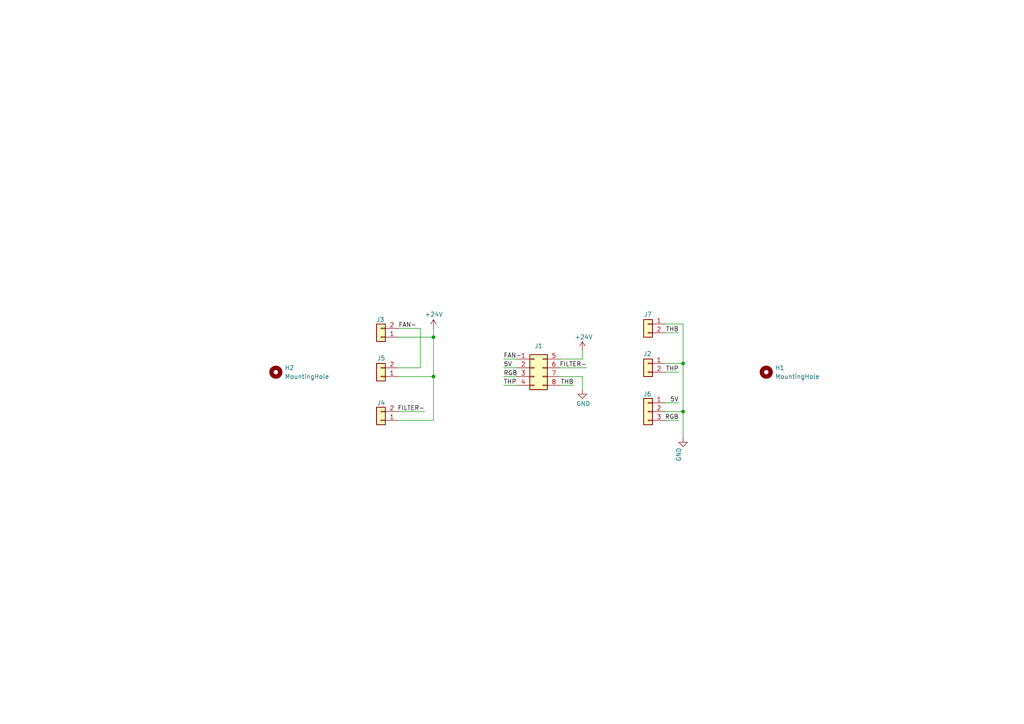
<source format=kicad_sch>
(kicad_sch
	(version 20250114)
	(generator "eeschema")
	(generator_version "9.0")
	(uuid "bc9ff60c-52ff-4d87-8a7b-d101b5770a75")
	(paper "A4")
	(title_block
		(title "Bed_Aux_Umbilical_PCB")
		(rev "v1.0")
		(company "KyleGB")
	)
	(lib_symbols
		(symbol "Connector_Generic:Conn_01x02"
			(pin_names
				(offset 1.016)
				(hide yes)
			)
			(exclude_from_sim no)
			(in_bom yes)
			(on_board yes)
			(property "Reference" "J"
				(at 0 2.54 0)
				(effects
					(font
						(size 1.27 1.27)
					)
				)
			)
			(property "Value" "Conn_01x02"
				(at 0 -5.08 0)
				(effects
					(font
						(size 1.27 1.27)
					)
				)
			)
			(property "Footprint" ""
				(at 0 0 0)
				(effects
					(font
						(size 1.27 1.27)
					)
					(hide yes)
				)
			)
			(property "Datasheet" "~"
				(at 0 0 0)
				(effects
					(font
						(size 1.27 1.27)
					)
					(hide yes)
				)
			)
			(property "Description" "Generic connector, single row, 01x02, script generated (kicad-library-utils/schlib/autogen/connector/)"
				(at 0 0 0)
				(effects
					(font
						(size 1.27 1.27)
					)
					(hide yes)
				)
			)
			(property "ki_keywords" "connector"
				(at 0 0 0)
				(effects
					(font
						(size 1.27 1.27)
					)
					(hide yes)
				)
			)
			(property "ki_fp_filters" "Connector*:*_1x??_*"
				(at 0 0 0)
				(effects
					(font
						(size 1.27 1.27)
					)
					(hide yes)
				)
			)
			(symbol "Conn_01x02_1_1"
				(rectangle
					(start -1.27 1.27)
					(end 1.27 -3.81)
					(stroke
						(width 0.254)
						(type default)
					)
					(fill
						(type background)
					)
				)
				(rectangle
					(start -1.27 0.127)
					(end 0 -0.127)
					(stroke
						(width 0.1524)
						(type default)
					)
					(fill
						(type none)
					)
				)
				(rectangle
					(start -1.27 -2.413)
					(end 0 -2.667)
					(stroke
						(width 0.1524)
						(type default)
					)
					(fill
						(type none)
					)
				)
				(pin passive line
					(at -5.08 0 0)
					(length 3.81)
					(name "Pin_1"
						(effects
							(font
								(size 1.27 1.27)
							)
						)
					)
					(number "1"
						(effects
							(font
								(size 1.27 1.27)
							)
						)
					)
				)
				(pin passive line
					(at -5.08 -2.54 0)
					(length 3.81)
					(name "Pin_2"
						(effects
							(font
								(size 1.27 1.27)
							)
						)
					)
					(number "2"
						(effects
							(font
								(size 1.27 1.27)
							)
						)
					)
				)
			)
			(embedded_fonts no)
		)
		(symbol "Connector_Generic:Conn_01x03"
			(pin_names
				(offset 1.016)
				(hide yes)
			)
			(exclude_from_sim no)
			(in_bom yes)
			(on_board yes)
			(property "Reference" "J"
				(at 0 5.08 0)
				(effects
					(font
						(size 1.27 1.27)
					)
				)
			)
			(property "Value" "Conn_01x03"
				(at 0 -5.08 0)
				(effects
					(font
						(size 1.27 1.27)
					)
				)
			)
			(property "Footprint" ""
				(at 0 0 0)
				(effects
					(font
						(size 1.27 1.27)
					)
					(hide yes)
				)
			)
			(property "Datasheet" "~"
				(at 0 0 0)
				(effects
					(font
						(size 1.27 1.27)
					)
					(hide yes)
				)
			)
			(property "Description" "Generic connector, single row, 01x03, script generated (kicad-library-utils/schlib/autogen/connector/)"
				(at 0 0 0)
				(effects
					(font
						(size 1.27 1.27)
					)
					(hide yes)
				)
			)
			(property "ki_keywords" "connector"
				(at 0 0 0)
				(effects
					(font
						(size 1.27 1.27)
					)
					(hide yes)
				)
			)
			(property "ki_fp_filters" "Connector*:*_1x??_*"
				(at 0 0 0)
				(effects
					(font
						(size 1.27 1.27)
					)
					(hide yes)
				)
			)
			(symbol "Conn_01x03_1_1"
				(rectangle
					(start -1.27 3.81)
					(end 1.27 -3.81)
					(stroke
						(width 0.254)
						(type default)
					)
					(fill
						(type background)
					)
				)
				(rectangle
					(start -1.27 2.667)
					(end 0 2.413)
					(stroke
						(width 0.1524)
						(type default)
					)
					(fill
						(type none)
					)
				)
				(rectangle
					(start -1.27 0.127)
					(end 0 -0.127)
					(stroke
						(width 0.1524)
						(type default)
					)
					(fill
						(type none)
					)
				)
				(rectangle
					(start -1.27 -2.413)
					(end 0 -2.667)
					(stroke
						(width 0.1524)
						(type default)
					)
					(fill
						(type none)
					)
				)
				(pin passive line
					(at -5.08 2.54 0)
					(length 3.81)
					(name "Pin_1"
						(effects
							(font
								(size 1.27 1.27)
							)
						)
					)
					(number "1"
						(effects
							(font
								(size 1.27 1.27)
							)
						)
					)
				)
				(pin passive line
					(at -5.08 0 0)
					(length 3.81)
					(name "Pin_2"
						(effects
							(font
								(size 1.27 1.27)
							)
						)
					)
					(number "2"
						(effects
							(font
								(size 1.27 1.27)
							)
						)
					)
				)
				(pin passive line
					(at -5.08 -2.54 0)
					(length 3.81)
					(name "Pin_3"
						(effects
							(font
								(size 1.27 1.27)
							)
						)
					)
					(number "3"
						(effects
							(font
								(size 1.27 1.27)
							)
						)
					)
				)
			)
			(embedded_fonts no)
		)
		(symbol "Connector_Generic:Conn_02x04_Top_Bottom"
			(pin_names
				(offset 1.016)
				(hide yes)
			)
			(exclude_from_sim no)
			(in_bom yes)
			(on_board yes)
			(property "Reference" "J"
				(at 1.27 5.08 0)
				(effects
					(font
						(size 1.27 1.27)
					)
				)
			)
			(property "Value" "Conn_02x04_Top_Bottom"
				(at 1.27 -7.62 0)
				(effects
					(font
						(size 1.27 1.27)
					)
				)
			)
			(property "Footprint" ""
				(at 0 0 0)
				(effects
					(font
						(size 1.27 1.27)
					)
					(hide yes)
				)
			)
			(property "Datasheet" "~"
				(at 0 0 0)
				(effects
					(font
						(size 1.27 1.27)
					)
					(hide yes)
				)
			)
			(property "Description" "Generic connector, double row, 02x04, top/bottom pin numbering scheme (row 1: 1...pins_per_row, row2: pins_per_row+1 ... num_pins), script generated (kicad-library-utils/schlib/autogen/connector/)"
				(at 0 0 0)
				(effects
					(font
						(size 1.27 1.27)
					)
					(hide yes)
				)
			)
			(property "ki_keywords" "connector"
				(at 0 0 0)
				(effects
					(font
						(size 1.27 1.27)
					)
					(hide yes)
				)
			)
			(property "ki_fp_filters" "Connector*:*_2x??_*"
				(at 0 0 0)
				(effects
					(font
						(size 1.27 1.27)
					)
					(hide yes)
				)
			)
			(symbol "Conn_02x04_Top_Bottom_1_1"
				(rectangle
					(start -1.27 3.81)
					(end 3.81 -6.35)
					(stroke
						(width 0.254)
						(type default)
					)
					(fill
						(type background)
					)
				)
				(rectangle
					(start -1.27 2.667)
					(end 0 2.413)
					(stroke
						(width 0.1524)
						(type default)
					)
					(fill
						(type none)
					)
				)
				(rectangle
					(start -1.27 0.127)
					(end 0 -0.127)
					(stroke
						(width 0.1524)
						(type default)
					)
					(fill
						(type none)
					)
				)
				(rectangle
					(start -1.27 -2.413)
					(end 0 -2.667)
					(stroke
						(width 0.1524)
						(type default)
					)
					(fill
						(type none)
					)
				)
				(rectangle
					(start -1.27 -4.953)
					(end 0 -5.207)
					(stroke
						(width 0.1524)
						(type default)
					)
					(fill
						(type none)
					)
				)
				(rectangle
					(start 3.81 2.667)
					(end 2.54 2.413)
					(stroke
						(width 0.1524)
						(type default)
					)
					(fill
						(type none)
					)
				)
				(rectangle
					(start 3.81 0.127)
					(end 2.54 -0.127)
					(stroke
						(width 0.1524)
						(type default)
					)
					(fill
						(type none)
					)
				)
				(rectangle
					(start 3.81 -2.413)
					(end 2.54 -2.667)
					(stroke
						(width 0.1524)
						(type default)
					)
					(fill
						(type none)
					)
				)
				(rectangle
					(start 3.81 -4.953)
					(end 2.54 -5.207)
					(stroke
						(width 0.1524)
						(type default)
					)
					(fill
						(type none)
					)
				)
				(pin passive line
					(at -5.08 2.54 0)
					(length 3.81)
					(name "Pin_1"
						(effects
							(font
								(size 1.27 1.27)
							)
						)
					)
					(number "1"
						(effects
							(font
								(size 1.27 1.27)
							)
						)
					)
				)
				(pin passive line
					(at -5.08 0 0)
					(length 3.81)
					(name "Pin_2"
						(effects
							(font
								(size 1.27 1.27)
							)
						)
					)
					(number "2"
						(effects
							(font
								(size 1.27 1.27)
							)
						)
					)
				)
				(pin passive line
					(at -5.08 -2.54 0)
					(length 3.81)
					(name "Pin_3"
						(effects
							(font
								(size 1.27 1.27)
							)
						)
					)
					(number "3"
						(effects
							(font
								(size 1.27 1.27)
							)
						)
					)
				)
				(pin passive line
					(at -5.08 -5.08 0)
					(length 3.81)
					(name "Pin_4"
						(effects
							(font
								(size 1.27 1.27)
							)
						)
					)
					(number "4"
						(effects
							(font
								(size 1.27 1.27)
							)
						)
					)
				)
				(pin passive line
					(at 7.62 2.54 180)
					(length 3.81)
					(name "Pin_5"
						(effects
							(font
								(size 1.27 1.27)
							)
						)
					)
					(number "5"
						(effects
							(font
								(size 1.27 1.27)
							)
						)
					)
				)
				(pin passive line
					(at 7.62 0 180)
					(length 3.81)
					(name "Pin_6"
						(effects
							(font
								(size 1.27 1.27)
							)
						)
					)
					(number "6"
						(effects
							(font
								(size 1.27 1.27)
							)
						)
					)
				)
				(pin passive line
					(at 7.62 -2.54 180)
					(length 3.81)
					(name "Pin_7"
						(effects
							(font
								(size 1.27 1.27)
							)
						)
					)
					(number "7"
						(effects
							(font
								(size 1.27 1.27)
							)
						)
					)
				)
				(pin passive line
					(at 7.62 -5.08 180)
					(length 3.81)
					(name "Pin_8"
						(effects
							(font
								(size 1.27 1.27)
							)
						)
					)
					(number "8"
						(effects
							(font
								(size 1.27 1.27)
							)
						)
					)
				)
			)
			(embedded_fonts no)
		)
		(symbol "Mechanical:MountingHole"
			(pin_names
				(offset 1.016)
			)
			(exclude_from_sim no)
			(in_bom no)
			(on_board yes)
			(property "Reference" "H"
				(at 0 5.08 0)
				(effects
					(font
						(size 1.27 1.27)
					)
				)
			)
			(property "Value" "MountingHole"
				(at 0 3.175 0)
				(effects
					(font
						(size 1.27 1.27)
					)
				)
			)
			(property "Footprint" ""
				(at 0 0 0)
				(effects
					(font
						(size 1.27 1.27)
					)
					(hide yes)
				)
			)
			(property "Datasheet" "~"
				(at 0 0 0)
				(effects
					(font
						(size 1.27 1.27)
					)
					(hide yes)
				)
			)
			(property "Description" "Mounting Hole without connection"
				(at 0 0 0)
				(effects
					(font
						(size 1.27 1.27)
					)
					(hide yes)
				)
			)
			(property "ki_keywords" "mounting hole"
				(at 0 0 0)
				(effects
					(font
						(size 1.27 1.27)
					)
					(hide yes)
				)
			)
			(property "ki_fp_filters" "MountingHole*"
				(at 0 0 0)
				(effects
					(font
						(size 1.27 1.27)
					)
					(hide yes)
				)
			)
			(symbol "MountingHole_0_1"
				(circle
					(center 0 0)
					(radius 1.27)
					(stroke
						(width 1.27)
						(type default)
					)
					(fill
						(type none)
					)
				)
			)
			(embedded_fonts no)
		)
		(symbol "power:+24V"
			(power)
			(pin_numbers
				(hide yes)
			)
			(pin_names
				(offset 0)
				(hide yes)
			)
			(exclude_from_sim no)
			(in_bom yes)
			(on_board yes)
			(property "Reference" "#PWR"
				(at 0 -3.81 0)
				(effects
					(font
						(size 1.27 1.27)
					)
					(hide yes)
				)
			)
			(property "Value" "+24V"
				(at 0 3.556 0)
				(effects
					(font
						(size 1.27 1.27)
					)
				)
			)
			(property "Footprint" ""
				(at 0 0 0)
				(effects
					(font
						(size 1.27 1.27)
					)
					(hide yes)
				)
			)
			(property "Datasheet" ""
				(at 0 0 0)
				(effects
					(font
						(size 1.27 1.27)
					)
					(hide yes)
				)
			)
			(property "Description" "Power symbol creates a global label with name \"+24V\""
				(at 0 0 0)
				(effects
					(font
						(size 1.27 1.27)
					)
					(hide yes)
				)
			)
			(property "ki_keywords" "global power"
				(at 0 0 0)
				(effects
					(font
						(size 1.27 1.27)
					)
					(hide yes)
				)
			)
			(symbol "+24V_0_1"
				(polyline
					(pts
						(xy -0.762 1.27) (xy 0 2.54)
					)
					(stroke
						(width 0)
						(type default)
					)
					(fill
						(type none)
					)
				)
				(polyline
					(pts
						(xy 0 2.54) (xy 0.762 1.27)
					)
					(stroke
						(width 0)
						(type default)
					)
					(fill
						(type none)
					)
				)
				(polyline
					(pts
						(xy 0 0) (xy 0 2.54)
					)
					(stroke
						(width 0)
						(type default)
					)
					(fill
						(type none)
					)
				)
			)
			(symbol "+24V_1_1"
				(pin power_in line
					(at 0 0 90)
					(length 0)
					(name "~"
						(effects
							(font
								(size 1.27 1.27)
							)
						)
					)
					(number "1"
						(effects
							(font
								(size 1.27 1.27)
							)
						)
					)
				)
			)
			(embedded_fonts no)
		)
		(symbol "power:GND"
			(power)
			(pin_numbers
				(hide yes)
			)
			(pin_names
				(offset 0)
				(hide yes)
			)
			(exclude_from_sim no)
			(in_bom yes)
			(on_board yes)
			(property "Reference" "#PWR"
				(at 0 -6.35 0)
				(effects
					(font
						(size 1.27 1.27)
					)
					(hide yes)
				)
			)
			(property "Value" "GND"
				(at 0 -3.81 0)
				(effects
					(font
						(size 1.27 1.27)
					)
				)
			)
			(property "Footprint" ""
				(at 0 0 0)
				(effects
					(font
						(size 1.27 1.27)
					)
					(hide yes)
				)
			)
			(property "Datasheet" ""
				(at 0 0 0)
				(effects
					(font
						(size 1.27 1.27)
					)
					(hide yes)
				)
			)
			(property "Description" "Power symbol creates a global label with name \"GND\" , ground"
				(at 0 0 0)
				(effects
					(font
						(size 1.27 1.27)
					)
					(hide yes)
				)
			)
			(property "ki_keywords" "global power"
				(at 0 0 0)
				(effects
					(font
						(size 1.27 1.27)
					)
					(hide yes)
				)
			)
			(symbol "GND_0_1"
				(polyline
					(pts
						(xy 0 0) (xy 0 -1.27) (xy 1.27 -1.27) (xy 0 -2.54) (xy -1.27 -1.27) (xy 0 -1.27)
					)
					(stroke
						(width 0)
						(type default)
					)
					(fill
						(type none)
					)
				)
			)
			(symbol "GND_1_1"
				(pin power_in line
					(at 0 0 270)
					(length 0)
					(name "~"
						(effects
							(font
								(size 1.27 1.27)
							)
						)
					)
					(number "1"
						(effects
							(font
								(size 1.27 1.27)
							)
						)
					)
				)
			)
			(embedded_fonts no)
		)
	)
	(junction
		(at 198.12 119.38)
		(diameter 0)
		(color 0 0 0 0)
		(uuid "12dfee24-c380-4625-b718-a2d7629967b1")
	)
	(junction
		(at 125.73 109.22)
		(diameter 0)
		(color 0 0 0 0)
		(uuid "8cf33439-4fac-4616-9e7a-07085e75194e")
	)
	(junction
		(at 125.73 97.79)
		(diameter 0)
		(color 0 0 0 0)
		(uuid "9cdb65b6-cab9-4b8f-95c4-1d58a0f4c856")
	)
	(junction
		(at 198.12 105.41)
		(diameter 0)
		(color 0 0 0 0)
		(uuid "a6817cfe-e56b-4a33-b6cc-2dd50e59719a")
	)
	(wire
		(pts
			(xy 168.91 104.14) (xy 168.91 101.6)
		)
		(stroke
			(width 0)
			(type default)
		)
		(uuid "15c2d1e5-078e-430b-8c8c-bb6834b9a5f2")
	)
	(wire
		(pts
			(xy 115.57 106.68) (xy 121.92 106.68)
		)
		(stroke
			(width 0)
			(type default)
		)
		(uuid "16299c7e-d8d8-43c8-8c12-f2e0d1806b0b")
	)
	(wire
		(pts
			(xy 115.57 121.92) (xy 125.73 121.92)
		)
		(stroke
			(width 0)
			(type default)
		)
		(uuid "18ecca99-a5af-4cc5-9262-f7e5d254ae4b")
	)
	(wire
		(pts
			(xy 146.05 109.22) (xy 149.86 109.22)
		)
		(stroke
			(width 0)
			(type default)
		)
		(uuid "1b53ca5a-e98b-4c52-8639-cff7f48d9ce6")
	)
	(wire
		(pts
			(xy 196.85 107.95) (xy 193.04 107.95)
		)
		(stroke
			(width 0)
			(type default)
		)
		(uuid "1b81c7be-978b-4927-8d9e-9b7fce32f70d")
	)
	(wire
		(pts
			(xy 166.37 111.76) (xy 162.56 111.76)
		)
		(stroke
			(width 0)
			(type default)
		)
		(uuid "1ee8b7e5-ee7f-4c6b-be0f-6005ee153478")
	)
	(wire
		(pts
			(xy 198.12 127) (xy 198.12 119.38)
		)
		(stroke
			(width 0)
			(type default)
		)
		(uuid "22c76f64-5e9d-443b-b4a8-dc5997f0e019")
	)
	(wire
		(pts
			(xy 193.04 105.41) (xy 198.12 105.41)
		)
		(stroke
			(width 0)
			(type default)
		)
		(uuid "2b02e425-8cb0-4c8f-a222-9af437e0e65d")
	)
	(wire
		(pts
			(xy 198.12 105.41) (xy 198.12 93.98)
		)
		(stroke
			(width 0)
			(type default)
		)
		(uuid "2e9323fa-b172-4d59-bdfb-b32e04c53e74")
	)
	(wire
		(pts
			(xy 193.04 119.38) (xy 198.12 119.38)
		)
		(stroke
			(width 0)
			(type default)
		)
		(uuid "374c5662-d3d9-45f3-a990-296abb962a4a")
	)
	(wire
		(pts
			(xy 198.12 105.41) (xy 198.12 119.38)
		)
		(stroke
			(width 0)
			(type default)
		)
		(uuid "48297c45-1691-4896-9e51-32b969f64be3")
	)
	(wire
		(pts
			(xy 115.57 95.25) (xy 121.92 95.25)
		)
		(stroke
			(width 0)
			(type default)
		)
		(uuid "4fdb2270-5e3c-48f7-b6b7-0d881c68ff44")
	)
	(wire
		(pts
			(xy 115.57 97.79) (xy 125.73 97.79)
		)
		(stroke
			(width 0)
			(type default)
		)
		(uuid "53d9028c-d6f4-498c-8fb6-62476fba58c3")
	)
	(wire
		(pts
			(xy 162.56 109.22) (xy 168.91 109.22)
		)
		(stroke
			(width 0)
			(type default)
		)
		(uuid "5bc59c03-649d-4166-8a45-a3ca2d831779")
	)
	(wire
		(pts
			(xy 115.57 119.38) (xy 123.19 119.38)
		)
		(stroke
			(width 0)
			(type default)
		)
		(uuid "64a33902-a677-4c06-a76d-533eaddbf1b3")
	)
	(wire
		(pts
			(xy 196.85 96.52) (xy 193.04 96.52)
		)
		(stroke
			(width 0)
			(type default)
		)
		(uuid "6ee1ce84-4bff-47bc-a8f9-5c5be1ae8be4")
	)
	(wire
		(pts
			(xy 162.56 104.14) (xy 168.91 104.14)
		)
		(stroke
			(width 0)
			(type default)
		)
		(uuid "79768d32-5637-4ea9-ba8f-d1b0f924d07a")
	)
	(wire
		(pts
			(xy 125.73 121.92) (xy 125.73 109.22)
		)
		(stroke
			(width 0)
			(type default)
		)
		(uuid "7f2aa52c-4bd2-4297-8546-9b65dec30497")
	)
	(wire
		(pts
			(xy 146.05 111.76) (xy 149.86 111.76)
		)
		(stroke
			(width 0)
			(type default)
		)
		(uuid "8471504a-5c56-4a52-9d11-b1ad31fab819")
	)
	(wire
		(pts
			(xy 121.92 95.25) (xy 121.92 106.68)
		)
		(stroke
			(width 0)
			(type default)
		)
		(uuid "870687a4-9bdf-43fb-b05f-c9179a40f49f")
	)
	(wire
		(pts
			(xy 146.05 106.68) (xy 149.86 106.68)
		)
		(stroke
			(width 0)
			(type default)
		)
		(uuid "8b2b016b-0a51-45ea-ac22-fea9e90a7f1b")
	)
	(wire
		(pts
			(xy 196.85 121.92) (xy 193.04 121.92)
		)
		(stroke
			(width 0)
			(type default)
		)
		(uuid "8f0afa14-56d6-4ddb-9396-87a638f66089")
	)
	(wire
		(pts
			(xy 115.57 109.22) (xy 125.73 109.22)
		)
		(stroke
			(width 0)
			(type default)
		)
		(uuid "910cfea4-57d4-468d-86c9-f82f4cbb8f70")
	)
	(wire
		(pts
			(xy 125.73 95.25) (xy 125.73 97.79)
		)
		(stroke
			(width 0)
			(type default)
		)
		(uuid "93a1d953-90dd-4237-b413-1d4822bea195")
	)
	(wire
		(pts
			(xy 168.91 113.03) (xy 168.91 109.22)
		)
		(stroke
			(width 0)
			(type default)
		)
		(uuid "aa89bcbf-724b-4c4d-8aaa-0c7c0e315b09")
	)
	(wire
		(pts
			(xy 170.18 106.68) (xy 162.56 106.68)
		)
		(stroke
			(width 0)
			(type default)
		)
		(uuid "b2be1283-5a66-4226-a267-11aaf9cf2dea")
	)
	(wire
		(pts
			(xy 198.12 93.98) (xy 193.04 93.98)
		)
		(stroke
			(width 0)
			(type default)
		)
		(uuid "b473b920-c34c-4699-84c3-9137374c89ca")
	)
	(wire
		(pts
			(xy 196.85 116.84) (xy 193.04 116.84)
		)
		(stroke
			(width 0)
			(type default)
		)
		(uuid "bd245ce9-a8fe-4b60-ab3e-a222a42f1054")
	)
	(wire
		(pts
			(xy 125.73 109.22) (xy 125.73 97.79)
		)
		(stroke
			(width 0)
			(type default)
		)
		(uuid "e83dc61c-3b69-4488-b82f-68eae77a7260")
	)
	(wire
		(pts
			(xy 146.05 104.14) (xy 149.86 104.14)
		)
		(stroke
			(width 0)
			(type default)
		)
		(uuid "ea5f7c8c-94ee-45b3-8f1b-fe6291ab01ce")
	)
	(label "FAN-"
		(at 115.57 95.25 0)
		(effects
			(font
				(size 1.27 1.27)
			)
			(justify left bottom)
		)
		(uuid "0eb15252-8a9e-4ef6-a845-95db012ea825")
	)
	(label "FAN-"
		(at 146.05 104.14 0)
		(effects
			(font
				(size 1.27 1.27)
			)
			(justify left bottom)
		)
		(uuid "37742b52-5cc8-4614-a0d4-df87127be3c1")
	)
	(label "RGB"
		(at 146.05 109.22 0)
		(effects
			(font
				(size 1.27 1.27)
			)
			(justify left bottom)
		)
		(uuid "4e5c0af3-0647-4017-b0d8-2fad9646ec30")
	)
	(label "THP"
		(at 146.05 111.76 0)
		(effects
			(font
				(size 1.27 1.27)
			)
			(justify left bottom)
		)
		(uuid "60181f95-7fbc-4544-9d01-978b691a2c6a")
	)
	(label "THP"
		(at 196.85 107.95 180)
		(effects
			(font
				(size 1.27 1.27)
			)
			(justify right bottom)
		)
		(uuid "7e7a382a-d217-4948-a115-79b4abf14c2e")
	)
	(label "5V"
		(at 196.85 116.84 180)
		(effects
			(font
				(size 1.27 1.27)
			)
			(justify right bottom)
		)
		(uuid "93a91193-668a-4962-b961-d17517146a0e")
	)
	(label "5V"
		(at 146.05 106.68 0)
		(effects
			(font
				(size 1.27 1.27)
			)
			(justify left bottom)
		)
		(uuid "94a05c59-fb9d-4ea2-8f12-281ea2903f0e")
	)
	(label "FILTER-"
		(at 123.19 119.38 180)
		(effects
			(font
				(size 1.27 1.27)
			)
			(justify right bottom)
		)
		(uuid "ab204694-765a-4b09-ae88-6ca847826bad")
	)
	(label "FILTER-"
		(at 170.18 106.68 180)
		(effects
			(font
				(size 1.27 1.27)
			)
			(justify right bottom)
		)
		(uuid "cc9b7726-4ccd-4b97-92c0-684385955864")
	)
	(label "RGB"
		(at 196.85 121.92 180)
		(effects
			(font
				(size 1.27 1.27)
			)
			(justify right bottom)
		)
		(uuid "cfe7414f-3e4f-418e-8bbd-dd874ca4ca0f")
	)
	(label "THB"
		(at 196.85 96.52 180)
		(effects
			(font
				(size 1.27 1.27)
			)
			(justify right bottom)
		)
		(uuid "d75dd16d-defa-465b-8d3c-5f60afa3b940")
	)
	(label "THB"
		(at 166.37 111.76 180)
		(effects
			(font
				(size 1.27 1.27)
			)
			(justify right bottom)
		)
		(uuid "fc17e615-274c-4d66-8e2d-038ce1fe661a")
	)
	(symbol
		(lib_id "power:GND")
		(at 198.12 127 0)
		(unit 1)
		(exclude_from_sim no)
		(in_bom yes)
		(on_board yes)
		(dnp no)
		(uuid "0ca3320f-dd84-4550-8d33-8bf7371d14f2")
		(property "Reference" "#PWR08"
			(at 198.12 133.35 0)
			(effects
				(font
					(size 1.27 1.27)
				)
				(hide yes)
			)
		)
		(property "Value" "GND"
			(at 196.85 129.794 90)
			(effects
				(font
					(size 1.27 1.27)
				)
				(justify right)
			)
		)
		(property "Footprint" ""
			(at 198.12 127 0)
			(effects
				(font
					(size 1.27 1.27)
				)
				(hide yes)
			)
		)
		(property "Datasheet" ""
			(at 198.12 127 0)
			(effects
				(font
					(size 1.27 1.27)
				)
				(hide yes)
			)
		)
		(property "Description" "Power symbol creates a global label with name \"GND\" , ground"
			(at 198.12 127 0)
			(effects
				(font
					(size 1.27 1.27)
				)
				(hide yes)
			)
		)
		(pin "1"
			(uuid "3573bef1-cdf8-4db6-a137-ea9e9f1738a5")
		)
		(instances
			(project ""
				(path "/bc9ff60c-52ff-4d87-8a7b-d101b5770a75"
					(reference "#PWR08")
					(unit 1)
				)
			)
		)
	)
	(symbol
		(lib_id "Mechanical:MountingHole")
		(at 222.25 107.95 0)
		(unit 1)
		(exclude_from_sim no)
		(in_bom no)
		(on_board yes)
		(dnp no)
		(fields_autoplaced yes)
		(uuid "1a8ca23f-e6a3-422d-8d97-0a9a0211697f")
		(property "Reference" "H1"
			(at 224.79 106.6799 0)
			(effects
				(font
					(size 1.27 1.27)
				)
				(justify left)
			)
		)
		(property "Value" "MountingHole"
			(at 224.79 109.2199 0)
			(effects
				(font
					(size 1.27 1.27)
				)
				(justify left)
			)
		)
		(property "Footprint" "Mounting:MountingHoleBare_M3"
			(at 222.25 107.95 0)
			(effects
				(font
					(size 1.27 1.27)
				)
				(hide yes)
			)
		)
		(property "Datasheet" "~"
			(at 222.25 107.95 0)
			(effects
				(font
					(size 1.27 1.27)
				)
				(hide yes)
			)
		)
		(property "Description" "Mounting Hole without connection"
			(at 222.25 107.95 0)
			(effects
				(font
					(size 1.27 1.27)
				)
				(hide yes)
			)
		)
		(instances
			(project ""
				(path "/bc9ff60c-52ff-4d87-8a7b-d101b5770a75"
					(reference "H1")
					(unit 1)
				)
			)
		)
	)
	(symbol
		(lib_id "Connector_Generic:Conn_01x02")
		(at 110.49 109.22 180)
		(unit 1)
		(exclude_from_sim no)
		(in_bom yes)
		(on_board yes)
		(dnp no)
		(uuid "29018114-65bd-4ece-9a13-59b412448b47")
		(property "Reference" "J5"
			(at 111.76 103.886 0)
			(effects
				(font
					(size 1.27 1.27)
				)
				(justify left)
			)
		)
		(property "Value" "JST-XHP-02"
			(at 110.49 102.87 0)
			(effects
				(font
					(size 1.27 1.27)
				)
				(hide yes)
			)
		)
		(property "Footprint" "Connector_JST:JST_XH_S2B-XH-A-1_1x02_P2.50mm_Horizontal"
			(at 110.49 109.22 0)
			(effects
				(font
					(size 1.27 1.27)
				)
				(hide yes)
			)
		)
		(property "Datasheet" "~"
			(at 110.49 109.22 0)
			(effects
				(font
					(size 1.27 1.27)
				)
				(hide yes)
			)
		)
		(property "Description" "Generic connector, single row, 01x02, script generated (kicad-library-utils/schlib/autogen/connector/)"
			(at 110.49 109.22 0)
			(effects
				(font
					(size 1.27 1.27)
				)
				(hide yes)
			)
		)
		(property "Label" "FAN2"
			(at 110.49 109.22 0)
			(effects
				(font
					(size 1.27 1.27)
				)
				(hide yes)
			)
		)
		(pin "2"
			(uuid "56100873-f6eb-40c1-857e-3e7a8e9d6665")
		)
		(pin "1"
			(uuid "7102ea85-ae75-441c-8a3a-611f772eb723")
		)
		(instances
			(project ""
				(path "/bc9ff60c-52ff-4d87-8a7b-d101b5770a75"
					(reference "J5")
					(unit 1)
				)
			)
		)
	)
	(symbol
		(lib_id "power:+24V")
		(at 125.73 95.25 0)
		(unit 1)
		(exclude_from_sim no)
		(in_bom yes)
		(on_board yes)
		(dnp no)
		(uuid "47eb9749-e67a-427b-9a01-16855f391dcf")
		(property "Reference" "#PWR04"
			(at 125.73 99.06 0)
			(effects
				(font
					(size 1.27 1.27)
				)
				(hide yes)
			)
		)
		(property "Value" "+24V"
			(at 123.19 91.186 0)
			(effects
				(font
					(size 1.27 1.27)
				)
				(justify left)
			)
		)
		(property "Footprint" ""
			(at 125.73 95.25 0)
			(effects
				(font
					(size 1.27 1.27)
				)
				(hide yes)
			)
		)
		(property "Datasheet" ""
			(at 125.73 95.25 0)
			(effects
				(font
					(size 1.27 1.27)
				)
				(hide yes)
			)
		)
		(property "Description" "Power symbol creates a global label with name \"+24V\""
			(at 125.73 95.25 0)
			(effects
				(font
					(size 1.27 1.27)
				)
				(hide yes)
			)
		)
		(pin "1"
			(uuid "4d43f480-f709-4286-a14a-2c5d7fa4cd4f")
		)
		(instances
			(project ""
				(path "/bc9ff60c-52ff-4d87-8a7b-d101b5770a75"
					(reference "#PWR04")
					(unit 1)
				)
			)
		)
	)
	(symbol
		(lib_id "Connector_Generic:Conn_01x02")
		(at 187.96 105.41 0)
		(mirror y)
		(unit 1)
		(exclude_from_sim no)
		(in_bom yes)
		(on_board yes)
		(dnp no)
		(uuid "4c9d49e4-3ca0-4ef6-afcd-cf0073a850f5")
		(property "Reference" "J2"
			(at 188.976 102.616 0)
			(effects
				(font
					(size 1.27 1.27)
				)
				(justify left)
			)
		)
		(property "Value" "JST-XHP-02"
			(at 176.276 105.156 0)
			(effects
				(font
					(size 1.27 1.27)
				)
				(hide yes)
			)
		)
		(property "Footprint" "Connector_JST:JST_XH_S2B-XH-A-1_1x02_P2.50mm_Horizontal"
			(at 187.96 105.41 0)
			(effects
				(font
					(size 1.27 1.27)
				)
				(hide yes)
			)
		)
		(property "Datasheet" "~"
			(at 187.96 105.41 0)
			(effects
				(font
					(size 1.27 1.27)
				)
				(hide yes)
			)
		)
		(property "Description" "Generic connector, single row, 01x02, script generated (kicad-library-utils/schlib/autogen/connector/)"
			(at 187.96 105.41 0)
			(effects
				(font
					(size 1.27 1.27)
				)
				(hide yes)
			)
		)
		(property "Label" "THP"
			(at 187.96 105.41 0)
			(effects
				(font
					(size 1.27 1.27)
				)
				(hide yes)
			)
		)
		(pin "2"
			(uuid "74836fb4-cf45-4b42-8ac8-e413c9411241")
		)
		(pin "1"
			(uuid "19a25369-a397-44fb-a50b-47bb86eba723")
		)
		(instances
			(project ""
				(path "/bc9ff60c-52ff-4d87-8a7b-d101b5770a75"
					(reference "J2")
					(unit 1)
				)
			)
		)
	)
	(symbol
		(lib_id "Connector_Generic:Conn_01x03")
		(at 187.96 119.38 0)
		(mirror y)
		(unit 1)
		(exclude_from_sim no)
		(in_bom yes)
		(on_board yes)
		(dnp no)
		(uuid "5e26b001-d9ae-4da7-a2e6-5a598c4b9686")
		(property "Reference" "J6"
			(at 188.976 114.3 0)
			(effects
				(font
					(size 1.27 1.27)
				)
				(justify left)
			)
		)
		(property "Value" "JST-XHP-02"
			(at 175.26 112.268 0)
			(effects
				(font
					(size 1.27 1.27)
				)
				(hide yes)
			)
		)
		(property "Footprint" "Connector_JST:JST_XH_S3B-XH-A-1_1x03_P2.50mm_Horizontal"
			(at 187.96 119.38 0)
			(effects
				(font
					(size 1.27 1.27)
				)
				(hide yes)
			)
		)
		(property "Datasheet" "~"
			(at 187.96 119.38 0)
			(effects
				(font
					(size 1.27 1.27)
				)
				(hide yes)
			)
		)
		(property "Description" "Generic connector, single row, 01x03, script generated (kicad-library-utils/schlib/autogen/connector/)"
			(at 187.96 119.38 0)
			(effects
				(font
					(size 1.27 1.27)
				)
				(hide yes)
			)
		)
		(property "Label" "RGB"
			(at 187.96 119.38 0)
			(effects
				(font
					(size 1.27 1.27)
				)
				(hide yes)
			)
		)
		(pin "1"
			(uuid "560ef429-fa45-4225-8f7f-010aa057fcfc")
		)
		(pin "3"
			(uuid "a7ff9896-3a36-4083-ba00-a074696b787c")
		)
		(pin "2"
			(uuid "c15fde3a-8a89-4c83-aef1-fcaf6cf1aca0")
		)
		(instances
			(project ""
				(path "/bc9ff60c-52ff-4d87-8a7b-d101b5770a75"
					(reference "J6")
					(unit 1)
				)
			)
		)
	)
	(symbol
		(lib_id "Connector_Generic:Conn_02x04_Top_Bottom")
		(at 154.94 106.68 0)
		(unit 1)
		(exclude_from_sim no)
		(in_bom yes)
		(on_board yes)
		(dnp no)
		(fields_autoplaced yes)
		(uuid "92ff3348-dfe4-4efd-8a47-f89567e74697")
		(property "Reference" "J1"
			(at 156.21 100.33 0)
			(effects
				(font
					(size 1.27 1.27)
				)
			)
		)
		(property "Value" "Conn_02x04_Odd_Even"
			(at 156.21 100.33 0)
			(effects
				(font
					(size 1.27 1.27)
				)
				(hide yes)
			)
		)
		(property "Footprint" "Connector_Molex:Molex_Micro-Fit_3.0_43045-0800_2x04_P3.00mm_Horizontal"
			(at 154.94 106.68 0)
			(effects
				(font
					(size 1.27 1.27)
				)
				(hide yes)
			)
		)
		(property "Datasheet" "~"
			(at 154.94 106.68 0)
			(effects
				(font
					(size 1.27 1.27)
				)
				(hide yes)
			)
		)
		(property "Description" "Generic connector, double row, 02x04, top/bottom pin numbering scheme (row 1: 1...pins_per_row, row2: pins_per_row+1 ... num_pins), script generated (kicad-library-utils/schlib/autogen/connector/)"
			(at 154.94 106.68 0)
			(effects
				(font
					(size 1.27 1.27)
				)
				(hide yes)
			)
		)
		(pin "6"
			(uuid "21ab533a-f2e6-4151-ad05-bb4698154951")
		)
		(pin "4"
			(uuid "faf31386-7c9f-48bf-adf4-e9c8f125729d")
		)
		(pin "8"
			(uuid "ca36b1fa-b8c4-4328-9403-c2607b820f04")
		)
		(pin "2"
			(uuid "99eff9fa-3d28-4923-9e4e-6ca2b03843b2")
		)
		(pin "7"
			(uuid "3de51d4d-fe56-4448-a3c6-4ef071613e9d")
		)
		(pin "3"
			(uuid "7ad00441-f749-46d8-ac02-583aebebb112")
		)
		(pin "5"
			(uuid "90c27c5d-2a9b-47d0-ab57-3bb7b2320155")
		)
		(pin "1"
			(uuid "a1119079-43ff-413b-b16d-87d965b83f94")
		)
		(instances
			(project ""
				(path "/bc9ff60c-52ff-4d87-8a7b-d101b5770a75"
					(reference "J1")
					(unit 1)
				)
			)
		)
	)
	(symbol
		(lib_id "Mechanical:MountingHole")
		(at 80.01 107.95 0)
		(unit 1)
		(exclude_from_sim no)
		(in_bom no)
		(on_board yes)
		(dnp no)
		(fields_autoplaced yes)
		(uuid "97f7abf7-9d28-4b37-8d3a-1106af6c953b")
		(property "Reference" "H2"
			(at 82.55 106.6799 0)
			(effects
				(font
					(size 1.27 1.27)
				)
				(justify left)
			)
		)
		(property "Value" "MountingHole"
			(at 82.55 109.2199 0)
			(effects
				(font
					(size 1.27 1.27)
				)
				(justify left)
			)
		)
		(property "Footprint" "Mounting:MountingHoleBare_M3"
			(at 80.01 107.95 0)
			(effects
				(font
					(size 1.27 1.27)
				)
				(hide yes)
			)
		)
		(property "Datasheet" "~"
			(at 80.01 107.95 0)
			(effects
				(font
					(size 1.27 1.27)
				)
				(hide yes)
			)
		)
		(property "Description" "Mounting Hole without connection"
			(at 80.01 107.95 0)
			(effects
				(font
					(size 1.27 1.27)
				)
				(hide yes)
			)
		)
		(instances
			(project ""
				(path "/bc9ff60c-52ff-4d87-8a7b-d101b5770a75"
					(reference "H2")
					(unit 1)
				)
			)
		)
	)
	(symbol
		(lib_id "Connector_Generic:Conn_01x02")
		(at 110.49 97.79 180)
		(unit 1)
		(exclude_from_sim no)
		(in_bom yes)
		(on_board yes)
		(dnp no)
		(uuid "a4efaf24-b4a1-494b-8194-e93c0eadc9f9")
		(property "Reference" "J3"
			(at 111.506 92.71 0)
			(effects
				(font
					(size 1.27 1.27)
				)
				(justify left)
			)
		)
		(property "Value" "JST-XHP-02"
			(at 104.394 97.536 0)
			(effects
				(font
					(size 1.27 1.27)
				)
				(hide yes)
			)
		)
		(property "Footprint" "Connector_JST:JST_XH_S2B-XH-A-1_1x02_P2.50mm_Horizontal"
			(at 110.49 97.79 0)
			(effects
				(font
					(size 1.27 1.27)
				)
				(hide yes)
			)
		)
		(property "Datasheet" "~"
			(at 110.49 97.79 0)
			(effects
				(font
					(size 1.27 1.27)
				)
				(hide yes)
			)
		)
		(property "Description" "Generic connector, single row, 01x02, script generated (kicad-library-utils/schlib/autogen/connector/)"
			(at 110.49 97.79 0)
			(effects
				(font
					(size 1.27 1.27)
				)
				(hide yes)
			)
		)
		(property "Label" "FAN1"
			(at 110.49 97.79 0)
			(effects
				(font
					(size 1.27 1.27)
				)
				(hide yes)
			)
		)
		(pin "2"
			(uuid "ac2192b2-a568-41a9-87bd-54d83b1329d9")
		)
		(pin "1"
			(uuid "86f91167-2bb5-4720-b7c5-ad487471a41e")
		)
		(instances
			(project ""
				(path "/bc9ff60c-52ff-4d87-8a7b-d101b5770a75"
					(reference "J3")
					(unit 1)
				)
			)
		)
	)
	(symbol
		(lib_id "Connector_Generic:Conn_01x02")
		(at 187.96 93.98 0)
		(mirror y)
		(unit 1)
		(exclude_from_sim no)
		(in_bom yes)
		(on_board yes)
		(dnp no)
		(uuid "aa28bb65-8d2d-4623-842e-841ce6e91a78")
		(property "Reference" "J7"
			(at 186.69 91.186 0)
			(effects
				(font
					(size 1.27 1.27)
				)
				(justify right)
			)
		)
		(property "Value" "JST-XHP-02"
			(at 174.244 89.662 0)
			(effects
				(font
					(size 1.27 1.27)
				)
				(hide yes)
			)
		)
		(property "Footprint" "Connector_JST:JST_XH_S2B-XH-A-1_1x02_P2.50mm_Horizontal"
			(at 187.96 93.98 0)
			(effects
				(font
					(size 1.27 1.27)
				)
				(hide yes)
			)
		)
		(property "Datasheet" "~"
			(at 187.96 93.98 0)
			(effects
				(font
					(size 1.27 1.27)
				)
				(hide yes)
			)
		)
		(property "Description" "Generic connector, single row, 01x02, script generated (kicad-library-utils/schlib/autogen/connector/)"
			(at 187.96 93.98 0)
			(effects
				(font
					(size 1.27 1.27)
				)
				(hide yes)
			)
		)
		(property "Label" "THB"
			(at 187.96 93.98 0)
			(effects
				(font
					(size 1.27 1.27)
				)
				(hide yes)
			)
		)
		(pin "1"
			(uuid "5d575b91-3bd6-4e97-8e6d-37b2f08a07bf")
		)
		(pin "2"
			(uuid "fa4b4be4-bce4-4de1-a1ba-40bf589891b0")
		)
		(instances
			(project ""
				(path "/bc9ff60c-52ff-4d87-8a7b-d101b5770a75"
					(reference "J7")
					(unit 1)
				)
			)
		)
	)
	(symbol
		(lib_id "power:GND")
		(at 168.91 113.03 0)
		(unit 1)
		(exclude_from_sim no)
		(in_bom yes)
		(on_board yes)
		(dnp no)
		(uuid "c32bfd6e-b731-4f09-837f-e459e7f4791e")
		(property "Reference" "#PWR06"
			(at 168.91 119.38 0)
			(effects
				(font
					(size 1.27 1.27)
				)
				(hide yes)
			)
		)
		(property "Value" "GND"
			(at 171.196 117.094 0)
			(effects
				(font
					(size 1.27 1.27)
				)
				(justify right)
			)
		)
		(property "Footprint" ""
			(at 168.91 113.03 0)
			(effects
				(font
					(size 1.27 1.27)
				)
				(hide yes)
			)
		)
		(property "Datasheet" ""
			(at 168.91 113.03 0)
			(effects
				(font
					(size 1.27 1.27)
				)
				(hide yes)
			)
		)
		(property "Description" "Power symbol creates a global label with name \"GND\" , ground"
			(at 168.91 113.03 0)
			(effects
				(font
					(size 1.27 1.27)
				)
				(hide yes)
			)
		)
		(pin "1"
			(uuid "a08b31fa-f2c4-41db-979b-2424f6bb798f")
		)
		(instances
			(project ""
				(path "/bc9ff60c-52ff-4d87-8a7b-d101b5770a75"
					(reference "#PWR06")
					(unit 1)
				)
			)
		)
	)
	(symbol
		(lib_id "power:+24V")
		(at 168.91 101.6 0)
		(unit 1)
		(exclude_from_sim no)
		(in_bom yes)
		(on_board yes)
		(dnp no)
		(uuid "ca47384f-5265-4bb0-a59f-57d68b91e49f")
		(property "Reference" "#PWR02"
			(at 168.91 105.41 0)
			(effects
				(font
					(size 1.27 1.27)
				)
				(hide yes)
			)
		)
		(property "Value" "+24V"
			(at 166.624 97.79 0)
			(effects
				(font
					(size 1.27 1.27)
				)
				(justify left)
			)
		)
		(property "Footprint" ""
			(at 168.91 101.6 0)
			(effects
				(font
					(size 1.27 1.27)
				)
				(hide yes)
			)
		)
		(property "Datasheet" ""
			(at 168.91 101.6 0)
			(effects
				(font
					(size 1.27 1.27)
				)
				(hide yes)
			)
		)
		(property "Description" "Power symbol creates a global label with name \"+24V\""
			(at 168.91 101.6 0)
			(effects
				(font
					(size 1.27 1.27)
				)
				(hide yes)
			)
		)
		(pin "1"
			(uuid "50f5fe42-ce0c-4400-81db-4c3905696a4c")
		)
		(instances
			(project ""
				(path "/bc9ff60c-52ff-4d87-8a7b-d101b5770a75"
					(reference "#PWR02")
					(unit 1)
				)
			)
		)
	)
	(symbol
		(lib_id "Connector_Generic:Conn_01x02")
		(at 110.49 121.92 180)
		(unit 1)
		(exclude_from_sim no)
		(in_bom yes)
		(on_board yes)
		(dnp no)
		(uuid "e224f0bf-764c-45d7-9c2f-5c7d74a7d392")
		(property "Reference" "J4"
			(at 111.76 116.84 0)
			(effects
				(font
					(size 1.27 1.27)
				)
				(justify left)
			)
		)
		(property "Value" "JST-XHP-02"
			(at 110.49 115.57 0)
			(effects
				(font
					(size 1.27 1.27)
				)
				(hide yes)
			)
		)
		(property "Footprint" "Connector_JST:JST_XH_S2B-XH-A-1_1x02_P2.50mm_Horizontal"
			(at 110.49 121.92 0)
			(effects
				(font
					(size 1.27 1.27)
				)
				(hide yes)
			)
		)
		(property "Datasheet" "~"
			(at 110.49 121.92 0)
			(effects
				(font
					(size 1.27 1.27)
				)
				(hide yes)
			)
		)
		(property "Description" "Generic connector, single row, 01x02, script generated (kicad-library-utils/schlib/autogen/connector/)"
			(at 110.49 121.92 0)
			(effects
				(font
					(size 1.27 1.27)
				)
				(hide yes)
			)
		)
		(property "Label" "FILTER"
			(at 110.49 121.92 0)
			(effects
				(font
					(size 1.27 1.27)
				)
				(hide yes)
			)
		)
		(pin "1"
			(uuid "9df3cfd1-2567-499b-b919-b296232e7507")
		)
		(pin "2"
			(uuid "f7469fa3-307a-4c26-bf0d-ed2dbb06b25f")
		)
		(instances
			(project ""
				(path "/bc9ff60c-52ff-4d87-8a7b-d101b5770a75"
					(reference "J4")
					(unit 1)
				)
			)
		)
	)
	(sheet_instances
		(path "/"
			(page "1")
		)
	)
	(embedded_fonts no)
)

</source>
